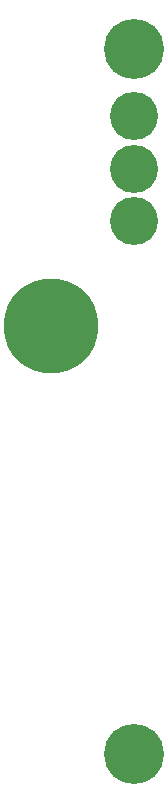
<source format=gbr>
%TF.GenerationSoftware,KiCad,Pcbnew,(6.0.4)*%
%TF.CreationDate,2022-06-04T07:29:06+03:00*%
%TF.ProjectId,PSU2_frontal,50535532-5f66-4726-9f6e-74616c2e6b69,rev?*%
%TF.SameCoordinates,Original*%
%TF.FileFunction,Copper,L1,Top*%
%TF.FilePolarity,Positive*%
%FSLAX46Y46*%
G04 Gerber Fmt 4.6, Leading zero omitted, Abs format (unit mm)*
G04 Created by KiCad (PCBNEW (6.0.4)) date 2022-06-04 07:29:06*
%MOMM*%
%LPD*%
G01*
G04 APERTURE LIST*
%TA.AperFunction,ComponentPad*%
%ADD10C,4.064000*%
%TD*%
%TA.AperFunction,ComponentPad*%
%ADD11C,8.000000*%
%TD*%
%TA.AperFunction,ComponentPad*%
%ADD12C,5.080000*%
%TD*%
G04 APERTURE END LIST*
D10*
%TO.P,J10,1*%
%TO.N,N/C*%
X122555000Y-68707000D03*
%TD*%
D11*
%TO.P,J9,1*%
%TO.N,N/C*%
X115570000Y-86487000D03*
%TD*%
D10*
%TO.P,J17,1*%
%TO.N,N/C*%
X122555000Y-77597000D03*
%TD*%
%TO.P,J17,1*%
%TO.N,N/C*%
X122555000Y-73152000D03*
%TD*%
D12*
%TO.P,J1,1*%
%TO.N,N/C*%
X122555000Y-62992000D03*
%TD*%
%TO.P,J2,1*%
%TO.N,N/C*%
X122555000Y-122682000D03*
%TD*%
M02*

</source>
